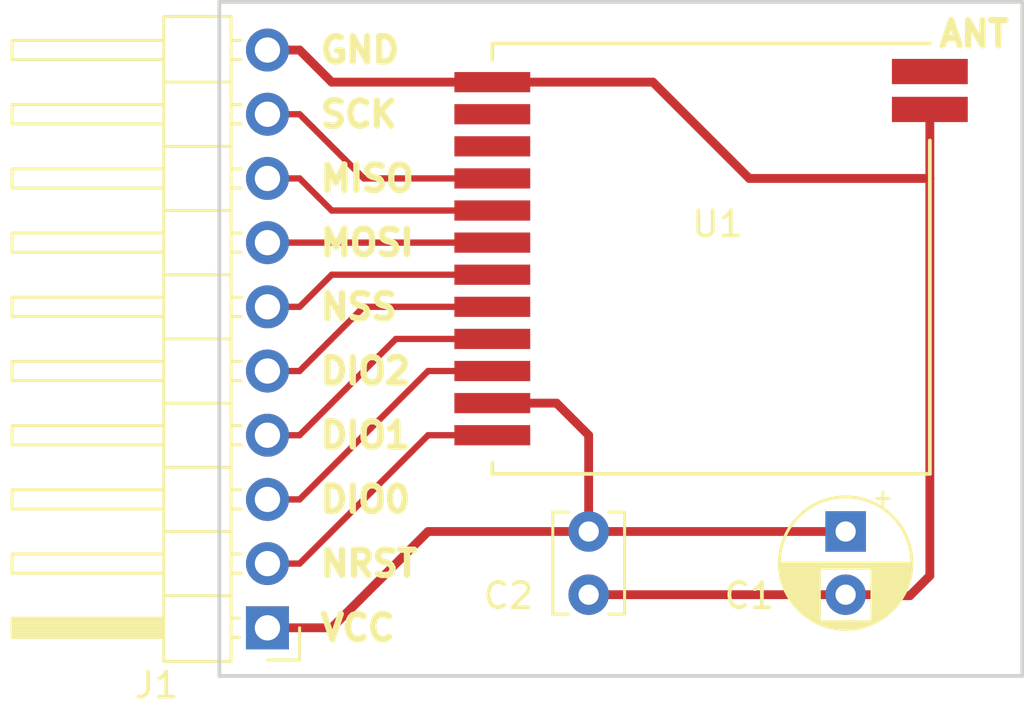
<source format=kicad_pcb>
(kicad_pcb (version 20171130) (host pcbnew "(5.0.2-5-10.14)")

  (general
    (thickness 1.6)
    (drawings 15)
    (tracks 42)
    (zones 0)
    (modules 4)
    (nets 14)
  )

  (page A4)
  (layers
    (0 F.Cu signal)
    (31 B.Cu signal)
    (32 B.Adhes user)
    (33 F.Adhes user)
    (34 B.Paste user)
    (35 F.Paste user)
    (36 B.SilkS user)
    (37 F.SilkS user)
    (38 B.Mask user)
    (39 F.Mask user)
    (40 Dwgs.User user)
    (41 Cmts.User user)
    (42 Eco1.User user)
    (43 Eco2.User user)
    (44 Edge.Cuts user)
    (45 Margin user)
    (46 B.CrtYd user)
    (47 F.CrtYd user)
    (48 B.Fab user)
    (49 F.Fab user hide)
  )

  (setup
    (last_trace_width 0.25)
    (trace_clearance 0.2)
    (zone_clearance 0.508)
    (zone_45_only no)
    (trace_min 0.2)
    (segment_width 0.2)
    (edge_width 0.15)
    (via_size 0.8)
    (via_drill 0.4)
    (via_min_size 0.4)
    (via_min_drill 0.3)
    (uvia_size 0.3)
    (uvia_drill 0.1)
    (uvias_allowed no)
    (uvia_min_size 0.2)
    (uvia_min_drill 0.1)
    (pcb_text_width 0.3)
    (pcb_text_size 1.5 1.5)
    (mod_edge_width 0.15)
    (mod_text_size 1 1)
    (mod_text_width 0.15)
    (pad_size 1.6 1.6)
    (pad_drill 0.8)
    (pad_to_mask_clearance 0.051)
    (solder_mask_min_width 0.25)
    (aux_axis_origin 0 0)
    (visible_elements 7FFFFFFF)
    (pcbplotparams
      (layerselection 0x010f0_ffffffff)
      (usegerberextensions false)
      (usegerberattributes true)
      (usegerberadvancedattributes false)
      (creategerberjobfile false)
      (excludeedgelayer false)
      (linewidth 0.100000)
      (plotframeref false)
      (viasonmask false)
      (mode 1)
      (useauxorigin false)
      (hpglpennumber 1)
      (hpglpenspeed 20)
      (hpglpendiameter 15.000000)
      (psnegative false)
      (psa4output false)
      (plotreference true)
      (plotvalue true)
      (plotinvisibletext false)
      (padsonsilk true)
      (subtractmaskfromsilk false)
      (outputformat 1)
      (mirror false)
      (drillshape 0)
      (scaleselection 1)
      (outputdirectory "gerber/"))
  )

  (net 0 "")
  (net 1 "Net-(J1-Pad3)")
  (net 2 "Net-(J1-Pad4)")
  (net 3 "Net-(J1-Pad5)")
  (net 4 "Net-(J1-Pad6)")
  (net 5 "Net-(J1-Pad7)")
  (net 6 "Net-(J1-Pad8)")
  (net 7 "Net-(J1-Pad9)")
  (net 8 +3V3)
  (net 9 GND)
  (net 10 "Net-(U1-Pad2)")
  (net 11 "Net-(U1-Pad3)")
  (net 12 "Net-(U1-Pad14)")
  (net 13 "Net-(J1-Pad2)")

  (net_class Default "Questo è il gruppo di collegamenti predefinito"
    (clearance 0.2)
    (trace_width 0.25)
    (via_dia 0.8)
    (via_drill 0.4)
    (uvia_dia 0.3)
    (uvia_drill 0.1)
    (add_net "Net-(J1-Pad2)")
    (add_net "Net-(J1-Pad3)")
    (add_net "Net-(J1-Pad4)")
    (add_net "Net-(J1-Pad5)")
    (add_net "Net-(J1-Pad6)")
    (add_net "Net-(J1-Pad7)")
    (add_net "Net-(J1-Pad8)")
    (add_net "Net-(J1-Pad9)")
    (add_net "Net-(U1-Pad14)")
    (add_net "Net-(U1-Pad2)")
    (add_net "Net-(U1-Pad3)")
  )

  (net_class Alimentazione ""
    (clearance 0.2)
    (trace_width 0.35)
    (via_dia 0.8)
    (via_drill 0.4)
    (uvia_dia 0.3)
    (uvia_drill 0.1)
    (add_net +3V3)
    (add_net GND)
  )

  (module Connector_PinHeader_2.54mm:PinHeader_1x10_P2.54mm_Horizontal (layer F.Cu) (tedit 59FED5CB) (tstamp 5C8679BA)
    (at 114.3 83.82 180)
    (descr "Through hole angled pin header, 1x10, 2.54mm pitch, 6mm pin length, single row")
    (tags "Through hole angled pin header THT 1x10 2.54mm single row")
    (path /5C79BF42)
    (fp_text reference J1 (at 4.385 -2.27 180) (layer F.SilkS)
      (effects (font (size 1 1) (thickness 0.15)))
    )
    (fp_text value Conn_01x10 (at 4.385 25.13 180) (layer F.Fab)
      (effects (font (size 1 1) (thickness 0.15)))
    )
    (fp_line (start 2.135 -1.27) (end 4.04 -1.27) (layer F.Fab) (width 0.1))
    (fp_line (start 4.04 -1.27) (end 4.04 24.13) (layer F.Fab) (width 0.1))
    (fp_line (start 4.04 24.13) (end 1.5 24.13) (layer F.Fab) (width 0.1))
    (fp_line (start 1.5 24.13) (end 1.5 -0.635) (layer F.Fab) (width 0.1))
    (fp_line (start 1.5 -0.635) (end 2.135 -1.27) (layer F.Fab) (width 0.1))
    (fp_line (start -0.32 -0.32) (end 1.5 -0.32) (layer F.Fab) (width 0.1))
    (fp_line (start -0.32 -0.32) (end -0.32 0.32) (layer F.Fab) (width 0.1))
    (fp_line (start -0.32 0.32) (end 1.5 0.32) (layer F.Fab) (width 0.1))
    (fp_line (start 4.04 -0.32) (end 10.04 -0.32) (layer F.Fab) (width 0.1))
    (fp_line (start 10.04 -0.32) (end 10.04 0.32) (layer F.Fab) (width 0.1))
    (fp_line (start 4.04 0.32) (end 10.04 0.32) (layer F.Fab) (width 0.1))
    (fp_line (start -0.32 2.22) (end 1.5 2.22) (layer F.Fab) (width 0.1))
    (fp_line (start -0.32 2.22) (end -0.32 2.86) (layer F.Fab) (width 0.1))
    (fp_line (start -0.32 2.86) (end 1.5 2.86) (layer F.Fab) (width 0.1))
    (fp_line (start 4.04 2.22) (end 10.04 2.22) (layer F.Fab) (width 0.1))
    (fp_line (start 10.04 2.22) (end 10.04 2.86) (layer F.Fab) (width 0.1))
    (fp_line (start 4.04 2.86) (end 10.04 2.86) (layer F.Fab) (width 0.1))
    (fp_line (start -0.32 4.76) (end 1.5 4.76) (layer F.Fab) (width 0.1))
    (fp_line (start -0.32 4.76) (end -0.32 5.4) (layer F.Fab) (width 0.1))
    (fp_line (start -0.32 5.4) (end 1.5 5.4) (layer F.Fab) (width 0.1))
    (fp_line (start 4.04 4.76) (end 10.04 4.76) (layer F.Fab) (width 0.1))
    (fp_line (start 10.04 4.76) (end 10.04 5.4) (layer F.Fab) (width 0.1))
    (fp_line (start 4.04 5.4) (end 10.04 5.4) (layer F.Fab) (width 0.1))
    (fp_line (start -0.32 7.3) (end 1.5 7.3) (layer F.Fab) (width 0.1))
    (fp_line (start -0.32 7.3) (end -0.32 7.94) (layer F.Fab) (width 0.1))
    (fp_line (start -0.32 7.94) (end 1.5 7.94) (layer F.Fab) (width 0.1))
    (fp_line (start 4.04 7.3) (end 10.04 7.3) (layer F.Fab) (width 0.1))
    (fp_line (start 10.04 7.3) (end 10.04 7.94) (layer F.Fab) (width 0.1))
    (fp_line (start 4.04 7.94) (end 10.04 7.94) (layer F.Fab) (width 0.1))
    (fp_line (start -0.32 9.84) (end 1.5 9.84) (layer F.Fab) (width 0.1))
    (fp_line (start -0.32 9.84) (end -0.32 10.48) (layer F.Fab) (width 0.1))
    (fp_line (start -0.32 10.48) (end 1.5 10.48) (layer F.Fab) (width 0.1))
    (fp_line (start 4.04 9.84) (end 10.04 9.84) (layer F.Fab) (width 0.1))
    (fp_line (start 10.04 9.84) (end 10.04 10.48) (layer F.Fab) (width 0.1))
    (fp_line (start 4.04 10.48) (end 10.04 10.48) (layer F.Fab) (width 0.1))
    (fp_line (start -0.32 12.38) (end 1.5 12.38) (layer F.Fab) (width 0.1))
    (fp_line (start -0.32 12.38) (end -0.32 13.02) (layer F.Fab) (width 0.1))
    (fp_line (start -0.32 13.02) (end 1.5 13.02) (layer F.Fab) (width 0.1))
    (fp_line (start 4.04 12.38) (end 10.04 12.38) (layer F.Fab) (width 0.1))
    (fp_line (start 10.04 12.38) (end 10.04 13.02) (layer F.Fab) (width 0.1))
    (fp_line (start 4.04 13.02) (end 10.04 13.02) (layer F.Fab) (width 0.1))
    (fp_line (start -0.32 14.92) (end 1.5 14.92) (layer F.Fab) (width 0.1))
    (fp_line (start -0.32 14.92) (end -0.32 15.56) (layer F.Fab) (width 0.1))
    (fp_line (start -0.32 15.56) (end 1.5 15.56) (layer F.Fab) (width 0.1))
    (fp_line (start 4.04 14.92) (end 10.04 14.92) (layer F.Fab) (width 0.1))
    (fp_line (start 10.04 14.92) (end 10.04 15.56) (layer F.Fab) (width 0.1))
    (fp_line (start 4.04 15.56) (end 10.04 15.56) (layer F.Fab) (width 0.1))
    (fp_line (start -0.32 17.46) (end 1.5 17.46) (layer F.Fab) (width 0.1))
    (fp_line (start -0.32 17.46) (end -0.32 18.1) (layer F.Fab) (width 0.1))
    (fp_line (start -0.32 18.1) (end 1.5 18.1) (layer F.Fab) (width 0.1))
    (fp_line (start 4.04 17.46) (end 10.04 17.46) (layer F.Fab) (width 0.1))
    (fp_line (start 10.04 17.46) (end 10.04 18.1) (layer F.Fab) (width 0.1))
    (fp_line (start 4.04 18.1) (end 10.04 18.1) (layer F.Fab) (width 0.1))
    (fp_line (start -0.32 20) (end 1.5 20) (layer F.Fab) (width 0.1))
    (fp_line (start -0.32 20) (end -0.32 20.64) (layer F.Fab) (width 0.1))
    (fp_line (start -0.32 20.64) (end 1.5 20.64) (layer F.Fab) (width 0.1))
    (fp_line (start 4.04 20) (end 10.04 20) (layer F.Fab) (width 0.1))
    (fp_line (start 10.04 20) (end 10.04 20.64) (layer F.Fab) (width 0.1))
    (fp_line (start 4.04 20.64) (end 10.04 20.64) (layer F.Fab) (width 0.1))
    (fp_line (start -0.32 22.54) (end 1.5 22.54) (layer F.Fab) (width 0.1))
    (fp_line (start -0.32 22.54) (end -0.32 23.18) (layer F.Fab) (width 0.1))
    (fp_line (start -0.32 23.18) (end 1.5 23.18) (layer F.Fab) (width 0.1))
    (fp_line (start 4.04 22.54) (end 10.04 22.54) (layer F.Fab) (width 0.1))
    (fp_line (start 10.04 22.54) (end 10.04 23.18) (layer F.Fab) (width 0.1))
    (fp_line (start 4.04 23.18) (end 10.04 23.18) (layer F.Fab) (width 0.1))
    (fp_line (start 1.44 -1.33) (end 1.44 24.19) (layer F.SilkS) (width 0.12))
    (fp_line (start 1.44 24.19) (end 4.1 24.19) (layer F.SilkS) (width 0.12))
    (fp_line (start 4.1 24.19) (end 4.1 -1.33) (layer F.SilkS) (width 0.12))
    (fp_line (start 4.1 -1.33) (end 1.44 -1.33) (layer F.SilkS) (width 0.12))
    (fp_line (start 4.1 -0.38) (end 10.1 -0.38) (layer F.SilkS) (width 0.12))
    (fp_line (start 10.1 -0.38) (end 10.1 0.38) (layer F.SilkS) (width 0.12))
    (fp_line (start 10.1 0.38) (end 4.1 0.38) (layer F.SilkS) (width 0.12))
    (fp_line (start 4.1 -0.32) (end 10.1 -0.32) (layer F.SilkS) (width 0.12))
    (fp_line (start 4.1 -0.2) (end 10.1 -0.2) (layer F.SilkS) (width 0.12))
    (fp_line (start 4.1 -0.08) (end 10.1 -0.08) (layer F.SilkS) (width 0.12))
    (fp_line (start 4.1 0.04) (end 10.1 0.04) (layer F.SilkS) (width 0.12))
    (fp_line (start 4.1 0.16) (end 10.1 0.16) (layer F.SilkS) (width 0.12))
    (fp_line (start 4.1 0.28) (end 10.1 0.28) (layer F.SilkS) (width 0.12))
    (fp_line (start 1.11 -0.38) (end 1.44 -0.38) (layer F.SilkS) (width 0.12))
    (fp_line (start 1.11 0.38) (end 1.44 0.38) (layer F.SilkS) (width 0.12))
    (fp_line (start 1.44 1.27) (end 4.1 1.27) (layer F.SilkS) (width 0.12))
    (fp_line (start 4.1 2.16) (end 10.1 2.16) (layer F.SilkS) (width 0.12))
    (fp_line (start 10.1 2.16) (end 10.1 2.92) (layer F.SilkS) (width 0.12))
    (fp_line (start 10.1 2.92) (end 4.1 2.92) (layer F.SilkS) (width 0.12))
    (fp_line (start 1.042929 2.16) (end 1.44 2.16) (layer F.SilkS) (width 0.12))
    (fp_line (start 1.042929 2.92) (end 1.44 2.92) (layer F.SilkS) (width 0.12))
    (fp_line (start 1.44 3.81) (end 4.1 3.81) (layer F.SilkS) (width 0.12))
    (fp_line (start 4.1 4.7) (end 10.1 4.7) (layer F.SilkS) (width 0.12))
    (fp_line (start 10.1 4.7) (end 10.1 5.46) (layer F.SilkS) (width 0.12))
    (fp_line (start 10.1 5.46) (end 4.1 5.46) (layer F.SilkS) (width 0.12))
    (fp_line (start 1.042929 4.7) (end 1.44 4.7) (layer F.SilkS) (width 0.12))
    (fp_line (start 1.042929 5.46) (end 1.44 5.46) (layer F.SilkS) (width 0.12))
    (fp_line (start 1.44 6.35) (end 4.1 6.35) (layer F.SilkS) (width 0.12))
    (fp_line (start 4.1 7.24) (end 10.1 7.24) (layer F.SilkS) (width 0.12))
    (fp_line (start 10.1 7.24) (end 10.1 8) (layer F.SilkS) (width 0.12))
    (fp_line (start 10.1 8) (end 4.1 8) (layer F.SilkS) (width 0.12))
    (fp_line (start 1.042929 7.24) (end 1.44 7.24) (layer F.SilkS) (width 0.12))
    (fp_line (start 1.042929 8) (end 1.44 8) (layer F.SilkS) (width 0.12))
    (fp_line (start 1.44 8.89) (end 4.1 8.89) (layer F.SilkS) (width 0.12))
    (fp_line (start 4.1 9.78) (end 10.1 9.78) (layer F.SilkS) (width 0.12))
    (fp_line (start 10.1 9.78) (end 10.1 10.54) (layer F.SilkS) (width 0.12))
    (fp_line (start 10.1 10.54) (end 4.1 10.54) (layer F.SilkS) (width 0.12))
    (fp_line (start 1.042929 9.78) (end 1.44 9.78) (layer F.SilkS) (width 0.12))
    (fp_line (start 1.042929 10.54) (end 1.44 10.54) (layer F.SilkS) (width 0.12))
    (fp_line (start 1.44 11.43) (end 4.1 11.43) (layer F.SilkS) (width 0.12))
    (fp_line (start 4.1 12.32) (end 10.1 12.32) (layer F.SilkS) (width 0.12))
    (fp_line (start 10.1 12.32) (end 10.1 13.08) (layer F.SilkS) (width 0.12))
    (fp_line (start 10.1 13.08) (end 4.1 13.08) (layer F.SilkS) (width 0.12))
    (fp_line (start 1.042929 12.32) (end 1.44 12.32) (layer F.SilkS) (width 0.12))
    (fp_line (start 1.042929 13.08) (end 1.44 13.08) (layer F.SilkS) (width 0.12))
    (fp_line (start 1.44 13.97) (end 4.1 13.97) (layer F.SilkS) (width 0.12))
    (fp_line (start 4.1 14.86) (end 10.1 14.86) (layer F.SilkS) (width 0.12))
    (fp_line (start 10.1 14.86) (end 10.1 15.62) (layer F.SilkS) (width 0.12))
    (fp_line (start 10.1 15.62) (end 4.1 15.62) (layer F.SilkS) (width 0.12))
    (fp_line (start 1.042929 14.86) (end 1.44 14.86) (layer F.SilkS) (width 0.12))
    (fp_line (start 1.042929 15.62) (end 1.44 15.62) (layer F.SilkS) (width 0.12))
    (fp_line (start 1.44 16.51) (end 4.1 16.51) (layer F.SilkS) (width 0.12))
    (fp_line (start 4.1 17.4) (end 10.1 17.4) (layer F.SilkS) (width 0.12))
    (fp_line (start 10.1 17.4) (end 10.1 18.16) (layer F.SilkS) (width 0.12))
    (fp_line (start 10.1 18.16) (end 4.1 18.16) (layer F.SilkS) (width 0.12))
    (fp_line (start 1.042929 17.4) (end 1.44 17.4) (layer F.SilkS) (width 0.12))
    (fp_line (start 1.042929 18.16) (end 1.44 18.16) (layer F.SilkS) (width 0.12))
    (fp_line (start 1.44 19.05) (end 4.1 19.05) (layer F.SilkS) (width 0.12))
    (fp_line (start 4.1 19.94) (end 10.1 19.94) (layer F.SilkS) (width 0.12))
    (fp_line (start 10.1 19.94) (end 10.1 20.7) (layer F.SilkS) (width 0.12))
    (fp_line (start 10.1 20.7) (end 4.1 20.7) (layer F.SilkS) (width 0.12))
    (fp_line (start 1.042929 19.94) (end 1.44 19.94) (layer F.SilkS) (width 0.12))
    (fp_line (start 1.042929 20.7) (end 1.44 20.7) (layer F.SilkS) (width 0.12))
    (fp_line (start 1.44 21.59) (end 4.1 21.59) (layer F.SilkS) (width 0.12))
    (fp_line (start 4.1 22.48) (end 10.1 22.48) (layer F.SilkS) (width 0.12))
    (fp_line (start 10.1 22.48) (end 10.1 23.24) (layer F.SilkS) (width 0.12))
    (fp_line (start 10.1 23.24) (end 4.1 23.24) (layer F.SilkS) (width 0.12))
    (fp_line (start 1.042929 22.48) (end 1.44 22.48) (layer F.SilkS) (width 0.12))
    (fp_line (start 1.042929 23.24) (end 1.44 23.24) (layer F.SilkS) (width 0.12))
    (fp_line (start -1.27 0) (end -1.27 -1.27) (layer F.SilkS) (width 0.12))
    (fp_line (start -1.27 -1.27) (end 0 -1.27) (layer F.SilkS) (width 0.12))
    (fp_line (start -1.8 -1.8) (end -1.8 24.65) (layer F.CrtYd) (width 0.05))
    (fp_line (start -1.8 24.65) (end 10.55 24.65) (layer F.CrtYd) (width 0.05))
    (fp_line (start 10.55 24.65) (end 10.55 -1.8) (layer F.CrtYd) (width 0.05))
    (fp_line (start 10.55 -1.8) (end -1.8 -1.8) (layer F.CrtYd) (width 0.05))
    (fp_text user %R (at 2.77 11.43 270) (layer F.Fab)
      (effects (font (size 1 1) (thickness 0.15)))
    )
    (pad 1 thru_hole rect (at 0 0 180) (size 1.7 1.7) (drill 1) (layers *.Cu *.Mask)
      (net 8 +3V3))
    (pad 2 thru_hole oval (at 0 2.54 180) (size 1.7 1.7) (drill 1) (layers *.Cu *.Mask)
      (net 13 "Net-(J1-Pad2)"))
    (pad 3 thru_hole oval (at 0 5.08 180) (size 1.7 1.7) (drill 1) (layers *.Cu *.Mask)
      (net 1 "Net-(J1-Pad3)"))
    (pad 4 thru_hole oval (at 0 7.62 180) (size 1.7 1.7) (drill 1) (layers *.Cu *.Mask)
      (net 2 "Net-(J1-Pad4)"))
    (pad 5 thru_hole oval (at 0 10.16 180) (size 1.7 1.7) (drill 1) (layers *.Cu *.Mask)
      (net 3 "Net-(J1-Pad5)"))
    (pad 6 thru_hole oval (at 0 12.7 180) (size 1.7 1.7) (drill 1) (layers *.Cu *.Mask)
      (net 4 "Net-(J1-Pad6)"))
    (pad 7 thru_hole oval (at 0 15.24 180) (size 1.7 1.7) (drill 1) (layers *.Cu *.Mask)
      (net 5 "Net-(J1-Pad7)"))
    (pad 8 thru_hole oval (at 0 17.78 180) (size 1.7 1.7) (drill 1) (layers *.Cu *.Mask)
      (net 6 "Net-(J1-Pad8)"))
    (pad 9 thru_hole oval (at 0 20.32 180) (size 1.7 1.7) (drill 1) (layers *.Cu *.Mask)
      (net 7 "Net-(J1-Pad9)"))
    (pad 10 thru_hole oval (at 0 22.86 180) (size 1.7 1.7) (drill 1) (layers *.Cu *.Mask)
      (net 9 GND))
    (model ${KISYS3DMOD}/Connector_PinHeader_2.54mm.3dshapes/PinHeader_1x10_P2.54mm_Horizontal.wrl
      (at (xyz 0 0 0))
      (scale (xyz 1 1 1))
      (rotate (xyz 0 0 0))
    )
  )

  (module RF_Module:LORA1276 (layer F.Cu) (tedit 5C797042) (tstamp 5C86534C)
    (at 132.08 68.58)
    (path /5C76E319)
    (attr smd)
    (fp_text reference U1 (at 0.016 -0.734) (layer F.SilkS)
      (effects (font (size 1 1) (thickness 0.15)))
    )
    (fp_text value LORA1276 (at -0.238 0.663) (layer F.Fab)
      (effects (font (size 1 1) (thickness 0.15)))
    )
    (fp_text user NRESET (at -13.97 7.62) (layer F.Fab)
      (effects (font (size 0.8 0.8) (thickness 0.15)))
    )
    (fp_text user VCC (at -12.884285 6.3) (layer F.Fab)
      (effects (font (size 0.8 0.8) (thickness 0.15)))
    )
    (fp_text user DIO0 (at -13.131904 5.03) (layer F.Fab)
      (effects (font (size 0.8 0.8) (thickness 0.15)))
    )
    (fp_text user DIO1 (at -13.131904 3.76) (layer F.Fab)
      (effects (font (size 0.8 0.8) (thickness 0.15)))
    )
    (fp_text user DIO2 (at -13.131904 2.54) (layer F.Fab)
      (effects (font (size 0.8 0.8) (thickness 0.15)))
    )
    (fp_text user NSS (at -12.922381 1.22) (layer F.Fab)
      (effects (font (size 0.8 0.8) (thickness 0.15)))
    )
    (fp_text user MOSI (at -13.189047 0) (layer F.Fab)
      (effects (font (size 0.8 0.8) (thickness 0.15)))
    )
    (fp_text user MISO (at -13.189047 -1.08) (layer F.Fab)
      (effects (font (size 0.8 0.8) (thickness 0.15)))
    )
    (fp_text user SCK (at -12.922381 -2.38) (layer F.Fab)
      (effects (font (size 0.8 0.8) (thickness 0.15)))
    )
    (fp_text user NC (at -12.560476 -3.68) (layer F.Fab)
      (effects (font (size 0.8 0.8) (thickness 0.15)))
    )
    (fp_text user ANT (at 5.08 -6.73) (layer F.Fab)
      (effects (font (size 0.8 0.8) (thickness 0.15)))
    )
    (fp_text user GND (at 5.08 -5.23) (layer F.Fab)
      (effects (font (size 0.8 0.8) (thickness 0.15)))
    )
    (fp_text user NC (at -12.560476 -5.08) (layer F.Fab)
      (effects (font (size 0.8 0.8) (thickness 0.15)))
    )
    (fp_text user GND (at -12.960476 -6.35) (layer F.Fab)
      (effects (font (size 0.8 0.8) (thickness 0.15)))
    )
    (fp_line (start 8.41 9.15) (end 8.41 -4.04) (layer F.SilkS) (width 0.15))
    (fp_line (start -8.89 -7.88) (end 8.41 -7.88) (layer F.SilkS) (width 0.15))
    (fp_line (start -8.89 -7.23) (end -8.89 -7.88) (layer F.SilkS) (width 0.15))
    (fp_line (start -8.89 9.15) (end -8.89 8.69) (layer F.SilkS) (width 0.15))
    (fp_line (start -8.89 9.15) (end 8.41 9.15) (layer F.SilkS) (width 0.15))
    (fp_line (start -8.89 -7.88) (end 8.41 -7.88) (layer F.CrtYd) (width 0.01))
    (fp_line (start -8.89 9.15) (end 8.41 9.15) (layer F.CrtYd) (width 0.01))
    (fp_line (start -8.89 9.144) (end -8.89 -7.874) (layer F.CrtYd) (width 0.01))
    (fp_line (start 8.41 9.15) (end 8.41 -7.868) (layer F.CrtYd) (width 0.01))
    (pad 13 connect rect (at 8.41 -5.27) (size 3 1) (layers F.Cu F.Mask)
      (net 9 GND))
    (pad 1 connect rect (at -8.89 -6.35) (size 3 0.8) (layers F.Cu F.Mask)
      (net 9 GND))
    (pad 2 connect rect (at -8.89 -5.08) (size 3 0.8) (layers F.Cu F.Mask)
      (net 10 "Net-(U1-Pad2)"))
    (pad 3 connect rect (at -8.89 -3.81) (size 3 0.8) (layers F.Cu F.Mask)
      (net 11 "Net-(U1-Pad3)"))
    (pad 4 connect rect (at -8.89 -2.54) (size 3 0.8) (layers F.Cu F.Mask)
      (net 7 "Net-(J1-Pad9)"))
    (pad 5 connect rect (at -8.89 -1.27) (size 3 0.8) (layers F.Cu F.Mask)
      (net 6 "Net-(J1-Pad8)"))
    (pad 6 connect rect (at -8.89 0) (size 3 0.8) (layers F.Cu F.Mask)
      (net 5 "Net-(J1-Pad7)"))
    (pad 7 connect rect (at -8.89 1.27) (size 3 0.8) (layers F.Cu F.Mask)
      (net 4 "Net-(J1-Pad6)"))
    (pad 8 connect rect (at -8.89 2.54) (size 3 0.8) (layers F.Cu F.Mask)
      (net 3 "Net-(J1-Pad5)"))
    (pad 9 connect rect (at -8.89 3.81) (size 3 0.8) (layers F.Cu F.Mask)
      (net 2 "Net-(J1-Pad4)"))
    (pad 10 connect rect (at -8.89 5.08) (size 3 0.8) (layers F.Cu F.Mask)
      (net 1 "Net-(J1-Pad3)"))
    (pad 11 connect rect (at -8.89 6.35) (size 3 0.8) (layers F.Cu F.Mask)
      (net 8 +3V3))
    (pad 12 connect rect (at -8.89 7.62) (size 3 0.8) (layers F.Cu F.Mask)
      (net 13 "Net-(J1-Pad2)"))
    (pad 14 connect rect (at 8.41 -6.77) (size 3 1) (layers F.Cu F.Mask)
      (net 12 "Net-(U1-Pad14)"))
  )

  (module Capacitor_THT:C_Disc_D3.8mm_W2.6mm_P2.50mm (layer F.Cu) (tedit 5AE50EF0) (tstamp 5C86B370)
    (at 127 80.01 270)
    (descr "C, Disc series, Radial, pin pitch=2.50mm, , diameter*width=3.8*2.6mm^2, Capacitor, http://www.vishay.com/docs/45233/krseries.pdf")
    (tags "C Disc series Radial pin pitch 2.50mm  diameter 3.8mm width 2.6mm Capacitor")
    (path /5C76FE09)
    (fp_text reference C2 (at 2.54 3.175) (layer F.SilkS)
      (effects (font (size 1 1) (thickness 0.15)))
    )
    (fp_text value 100nF (at 1.25 2.55 270) (layer F.Fab)
      (effects (font (size 1 1) (thickness 0.15)))
    )
    (fp_text user %R (at 2.54 3.81 270) (layer F.Fab)
      (effects (font (size 0.76 0.76) (thickness 0.114)))
    )
    (fp_line (start 3.55 -1.55) (end -1.05 -1.55) (layer F.CrtYd) (width 0.05))
    (fp_line (start 3.55 1.55) (end 3.55 -1.55) (layer F.CrtYd) (width 0.05))
    (fp_line (start -1.05 1.55) (end 3.55 1.55) (layer F.CrtYd) (width 0.05))
    (fp_line (start -1.05 -1.55) (end -1.05 1.55) (layer F.CrtYd) (width 0.05))
    (fp_line (start 3.27 0.795) (end 3.27 1.42) (layer F.SilkS) (width 0.12))
    (fp_line (start 3.27 -1.42) (end 3.27 -0.795) (layer F.SilkS) (width 0.12))
    (fp_line (start -0.77 0.795) (end -0.77 1.42) (layer F.SilkS) (width 0.12))
    (fp_line (start -0.77 -1.42) (end -0.77 -0.795) (layer F.SilkS) (width 0.12))
    (fp_line (start -0.77 1.42) (end 3.27 1.42) (layer F.SilkS) (width 0.12))
    (fp_line (start -0.77 -1.42) (end 3.27 -1.42) (layer F.SilkS) (width 0.12))
    (fp_line (start 3.15 -1.3) (end -0.65 -1.3) (layer F.Fab) (width 0.1))
    (fp_line (start 3.15 1.3) (end 3.15 -1.3) (layer F.Fab) (width 0.1))
    (fp_line (start -0.65 1.3) (end 3.15 1.3) (layer F.Fab) (width 0.1))
    (fp_line (start -0.65 -1.3) (end -0.65 1.3) (layer F.Fab) (width 0.1))
    (pad 2 thru_hole circle (at 2.5 0 270) (size 1.6 1.6) (drill 0.8) (layers *.Cu *.Mask)
      (net 9 GND))
    (pad 1 thru_hole circle (at 0 0 270) (size 1.6 1.6) (drill 0.8) (layers *.Cu *.Mask)
      (net 8 +3V3))
    (model ${KISYS3DMOD}/Capacitor_THT.3dshapes/C_Disc_D3.8mm_W2.6mm_P2.50mm.wrl
      (at (xyz 0 0 0))
      (scale (xyz 1 1 1))
      (rotate (xyz 0 0 0))
    )
  )

  (module Capacitor_THT:CP_Radial_D5.0mm_P2.50mm (layer F.Cu) (tedit 5C798214) (tstamp 5C865417)
    (at 137.16 80.01 270)
    (descr "CP, Radial series, Radial, pin pitch=2.50mm, , diameter=5mm, Electrolytic Capacitor")
    (tags "CP Radial series Radial pin pitch 2.50mm  diameter 5mm Electrolytic Capacitor")
    (path /5C76EE92)
    (fp_text reference C1 (at 2.54 3.81) (layer F.SilkS)
      (effects (font (size 1 1) (thickness 0.15)))
    )
    (fp_text value 10uF (at 2.54 -4.445) (layer F.Fab)
      (effects (font (size 1 1) (thickness 0.15)))
    )
    (fp_text user %R (at 1.27 -3.81) (layer F.Fab)
      (effects (font (size 0.76 0.76) (thickness 0.15)))
    )
    (fp_line (start -1.304775 -1.725) (end -1.304775 -1.225) (layer F.SilkS) (width 0.12))
    (fp_line (start -1.554775 -1.475) (end -1.054775 -1.475) (layer F.SilkS) (width 0.12))
    (fp_line (start 3.851 -0.284) (end 3.851 0.284) (layer F.SilkS) (width 0.12))
    (fp_line (start 3.811 -0.518) (end 3.811 0.518) (layer F.SilkS) (width 0.12))
    (fp_line (start 3.771 -0.677) (end 3.771 0.677) (layer F.SilkS) (width 0.12))
    (fp_line (start 3.731 -0.805) (end 3.731 0.805) (layer F.SilkS) (width 0.12))
    (fp_line (start 3.691 -0.915) (end 3.691 0.915) (layer F.SilkS) (width 0.12))
    (fp_line (start 3.651 -1.011) (end 3.651 1.011) (layer F.SilkS) (width 0.12))
    (fp_line (start 3.611 -1.098) (end 3.611 1.098) (layer F.SilkS) (width 0.12))
    (fp_line (start 3.571 -1.178) (end 3.571 1.178) (layer F.SilkS) (width 0.12))
    (fp_line (start 3.531 1.04) (end 3.531 1.251) (layer F.SilkS) (width 0.12))
    (fp_line (start 3.531 -1.251) (end 3.531 -1.04) (layer F.SilkS) (width 0.12))
    (fp_line (start 3.491 1.04) (end 3.491 1.319) (layer F.SilkS) (width 0.12))
    (fp_line (start 3.491 -1.319) (end 3.491 -1.04) (layer F.SilkS) (width 0.12))
    (fp_line (start 3.451 1.04) (end 3.451 1.383) (layer F.SilkS) (width 0.12))
    (fp_line (start 3.451 -1.383) (end 3.451 -1.04) (layer F.SilkS) (width 0.12))
    (fp_line (start 3.411 1.04) (end 3.411 1.443) (layer F.SilkS) (width 0.12))
    (fp_line (start 3.411 -1.443) (end 3.411 -1.04) (layer F.SilkS) (width 0.12))
    (fp_line (start 3.371 1.04) (end 3.371 1.5) (layer F.SilkS) (width 0.12))
    (fp_line (start 3.371 -1.5) (end 3.371 -1.04) (layer F.SilkS) (width 0.12))
    (fp_line (start 3.331 1.04) (end 3.331 1.554) (layer F.SilkS) (width 0.12))
    (fp_line (start 3.331 -1.554) (end 3.331 -1.04) (layer F.SilkS) (width 0.12))
    (fp_line (start 3.291 1.04) (end 3.291 1.605) (layer F.SilkS) (width 0.12))
    (fp_line (start 3.291 -1.605) (end 3.291 -1.04) (layer F.SilkS) (width 0.12))
    (fp_line (start 3.251 1.04) (end 3.251 1.653) (layer F.SilkS) (width 0.12))
    (fp_line (start 3.251 -1.653) (end 3.251 -1.04) (layer F.SilkS) (width 0.12))
    (fp_line (start 3.211 1.04) (end 3.211 1.699) (layer F.SilkS) (width 0.12))
    (fp_line (start 3.211 -1.699) (end 3.211 -1.04) (layer F.SilkS) (width 0.12))
    (fp_line (start 3.171 1.04) (end 3.171 1.743) (layer F.SilkS) (width 0.12))
    (fp_line (start 3.171 -1.743) (end 3.171 -1.04) (layer F.SilkS) (width 0.12))
    (fp_line (start 3.131 1.04) (end 3.131 1.785) (layer F.SilkS) (width 0.12))
    (fp_line (start 3.131 -1.785) (end 3.131 -1.04) (layer F.SilkS) (width 0.12))
    (fp_line (start 3.091 1.04) (end 3.091 1.826) (layer F.SilkS) (width 0.12))
    (fp_line (start 3.091 -1.826) (end 3.091 -1.04) (layer F.SilkS) (width 0.12))
    (fp_line (start 3.051 1.04) (end 3.051 1.864) (layer F.SilkS) (width 0.12))
    (fp_line (start 3.051 -1.864) (end 3.051 -1.04) (layer F.SilkS) (width 0.12))
    (fp_line (start 3.011 1.04) (end 3.011 1.901) (layer F.SilkS) (width 0.12))
    (fp_line (start 3.011 -1.901) (end 3.011 -1.04) (layer F.SilkS) (width 0.12))
    (fp_line (start 2.971 1.04) (end 2.971 1.937) (layer F.SilkS) (width 0.12))
    (fp_line (start 2.971 -1.937) (end 2.971 -1.04) (layer F.SilkS) (width 0.12))
    (fp_line (start 2.931 1.04) (end 2.931 1.971) (layer F.SilkS) (width 0.12))
    (fp_line (start 2.931 -1.971) (end 2.931 -1.04) (layer F.SilkS) (width 0.12))
    (fp_line (start 2.891 1.04) (end 2.891 2.004) (layer F.SilkS) (width 0.12))
    (fp_line (start 2.891 -2.004) (end 2.891 -1.04) (layer F.SilkS) (width 0.12))
    (fp_line (start 2.851 1.04) (end 2.851 2.035) (layer F.SilkS) (width 0.12))
    (fp_line (start 2.851 -2.035) (end 2.851 -1.04) (layer F.SilkS) (width 0.12))
    (fp_line (start 2.811 1.04) (end 2.811 2.065) (layer F.SilkS) (width 0.12))
    (fp_line (start 2.811 -2.065) (end 2.811 -1.04) (layer F.SilkS) (width 0.12))
    (fp_line (start 2.771 1.04) (end 2.771 2.095) (layer F.SilkS) (width 0.12))
    (fp_line (start 2.771 -2.095) (end 2.771 -1.04) (layer F.SilkS) (width 0.12))
    (fp_line (start 2.731 1.04) (end 2.731 2.122) (layer F.SilkS) (width 0.12))
    (fp_line (start 2.731 -2.122) (end 2.731 -1.04) (layer F.SilkS) (width 0.12))
    (fp_line (start 2.691 1.04) (end 2.691 2.149) (layer F.SilkS) (width 0.12))
    (fp_line (start 2.691 -2.149) (end 2.691 -1.04) (layer F.SilkS) (width 0.12))
    (fp_line (start 2.651 1.04) (end 2.651 2.175) (layer F.SilkS) (width 0.12))
    (fp_line (start 2.651 -2.175) (end 2.651 -1.04) (layer F.SilkS) (width 0.12))
    (fp_line (start 2.611 1.04) (end 2.611 2.2) (layer F.SilkS) (width 0.12))
    (fp_line (start 2.611 -2.2) (end 2.611 -1.04) (layer F.SilkS) (width 0.12))
    (fp_line (start 2.571 1.04) (end 2.571 2.224) (layer F.SilkS) (width 0.12))
    (fp_line (start 2.571 -2.224) (end 2.571 -1.04) (layer F.SilkS) (width 0.12))
    (fp_line (start 2.531 1.04) (end 2.531 2.247) (layer F.SilkS) (width 0.12))
    (fp_line (start 2.531 -2.247) (end 2.531 -1.04) (layer F.SilkS) (width 0.12))
    (fp_line (start 2.491 1.04) (end 2.491 2.268) (layer F.SilkS) (width 0.12))
    (fp_line (start 2.491 -2.268) (end 2.491 -1.04) (layer F.SilkS) (width 0.12))
    (fp_line (start 2.451 1.04) (end 2.451 2.29) (layer F.SilkS) (width 0.12))
    (fp_line (start 2.451 -2.29) (end 2.451 -1.04) (layer F.SilkS) (width 0.12))
    (fp_line (start 2.411 1.04) (end 2.411 2.31) (layer F.SilkS) (width 0.12))
    (fp_line (start 2.411 -2.31) (end 2.411 -1.04) (layer F.SilkS) (width 0.12))
    (fp_line (start 2.371 1.04) (end 2.371 2.329) (layer F.SilkS) (width 0.12))
    (fp_line (start 2.371 -2.329) (end 2.371 -1.04) (layer F.SilkS) (width 0.12))
    (fp_line (start 2.331 1.04) (end 2.331 2.348) (layer F.SilkS) (width 0.12))
    (fp_line (start 2.331 -2.348) (end 2.331 -1.04) (layer F.SilkS) (width 0.12))
    (fp_line (start 2.291 1.04) (end 2.291 2.365) (layer F.SilkS) (width 0.12))
    (fp_line (start 2.291 -2.365) (end 2.291 -1.04) (layer F.SilkS) (width 0.12))
    (fp_line (start 2.251 1.04) (end 2.251 2.382) (layer F.SilkS) (width 0.12))
    (fp_line (start 2.251 -2.382) (end 2.251 -1.04) (layer F.SilkS) (width 0.12))
    (fp_line (start 2.211 1.04) (end 2.211 2.398) (layer F.SilkS) (width 0.12))
    (fp_line (start 2.211 -2.398) (end 2.211 -1.04) (layer F.SilkS) (width 0.12))
    (fp_line (start 2.171 1.04) (end 2.171 2.414) (layer F.SilkS) (width 0.12))
    (fp_line (start 2.171 -2.414) (end 2.171 -1.04) (layer F.SilkS) (width 0.12))
    (fp_line (start 2.131 1.04) (end 2.131 2.428) (layer F.SilkS) (width 0.12))
    (fp_line (start 2.131 -2.428) (end 2.131 -1.04) (layer F.SilkS) (width 0.12))
    (fp_line (start 2.091 1.04) (end 2.091 2.442) (layer F.SilkS) (width 0.12))
    (fp_line (start 2.091 -2.442) (end 2.091 -1.04) (layer F.SilkS) (width 0.12))
    (fp_line (start 2.051 1.04) (end 2.051 2.455) (layer F.SilkS) (width 0.12))
    (fp_line (start 2.051 -2.455) (end 2.051 -1.04) (layer F.SilkS) (width 0.12))
    (fp_line (start 2.011 1.04) (end 2.011 2.468) (layer F.SilkS) (width 0.12))
    (fp_line (start 2.011 -2.468) (end 2.011 -1.04) (layer F.SilkS) (width 0.12))
    (fp_line (start 1.971 1.04) (end 1.971 2.48) (layer F.SilkS) (width 0.12))
    (fp_line (start 1.971 -2.48) (end 1.971 -1.04) (layer F.SilkS) (width 0.12))
    (fp_line (start 1.93 1.04) (end 1.93 2.491) (layer F.SilkS) (width 0.12))
    (fp_line (start 1.93 -2.491) (end 1.93 -1.04) (layer F.SilkS) (width 0.12))
    (fp_line (start 1.89 1.04) (end 1.89 2.501) (layer F.SilkS) (width 0.12))
    (fp_line (start 1.89 -2.501) (end 1.89 -1.04) (layer F.SilkS) (width 0.12))
    (fp_line (start 1.85 1.04) (end 1.85 2.511) (layer F.SilkS) (width 0.12))
    (fp_line (start 1.85 -2.511) (end 1.85 -1.04) (layer F.SilkS) (width 0.12))
    (fp_line (start 1.81 1.04) (end 1.81 2.52) (layer F.SilkS) (width 0.12))
    (fp_line (start 1.81 -2.52) (end 1.81 -1.04) (layer F.SilkS) (width 0.12))
    (fp_line (start 1.77 1.04) (end 1.77 2.528) (layer F.SilkS) (width 0.12))
    (fp_line (start 1.77 -2.528) (end 1.77 -1.04) (layer F.SilkS) (width 0.12))
    (fp_line (start 1.73 1.04) (end 1.73 2.536) (layer F.SilkS) (width 0.12))
    (fp_line (start 1.73 -2.536) (end 1.73 -1.04) (layer F.SilkS) (width 0.12))
    (fp_line (start 1.69 1.04) (end 1.69 2.543) (layer F.SilkS) (width 0.12))
    (fp_line (start 1.69 -2.543) (end 1.69 -1.04) (layer F.SilkS) (width 0.12))
    (fp_line (start 1.65 1.04) (end 1.65 2.55) (layer F.SilkS) (width 0.12))
    (fp_line (start 1.65 -2.55) (end 1.65 -1.04) (layer F.SilkS) (width 0.12))
    (fp_line (start 1.61 1.04) (end 1.61 2.556) (layer F.SilkS) (width 0.12))
    (fp_line (start 1.61 -2.556) (end 1.61 -1.04) (layer F.SilkS) (width 0.12))
    (fp_line (start 1.57 1.04) (end 1.57 2.561) (layer F.SilkS) (width 0.12))
    (fp_line (start 1.57 -2.561) (end 1.57 -1.04) (layer F.SilkS) (width 0.12))
    (fp_line (start 1.53 1.04) (end 1.53 2.565) (layer F.SilkS) (width 0.12))
    (fp_line (start 1.53 -2.565) (end 1.53 -1.04) (layer F.SilkS) (width 0.12))
    (fp_line (start 1.49 1.04) (end 1.49 2.569) (layer F.SilkS) (width 0.12))
    (fp_line (start 1.49 -2.569) (end 1.49 -1.04) (layer F.SilkS) (width 0.12))
    (fp_line (start 1.45 -2.573) (end 1.45 2.573) (layer F.SilkS) (width 0.12))
    (fp_line (start 1.41 -2.576) (end 1.41 2.576) (layer F.SilkS) (width 0.12))
    (fp_line (start 1.37 -2.578) (end 1.37 2.578) (layer F.SilkS) (width 0.12))
    (fp_line (start 1.33 -2.579) (end 1.33 2.579) (layer F.SilkS) (width 0.12))
    (fp_line (start 1.29 -2.58) (end 1.29 2.58) (layer F.SilkS) (width 0.12))
    (fp_line (start 1.25 -2.58) (end 1.25 2.58) (layer F.SilkS) (width 0.12))
    (fp_line (start -0.633605 -1.3375) (end -0.633605 -0.8375) (layer F.Fab) (width 0.1))
    (fp_line (start -0.883605 -1.0875) (end -0.383605 -1.0875) (layer F.Fab) (width 0.1))
    (fp_circle (center 1.25 0) (end 4 0) (layer F.CrtYd) (width 0.05))
    (fp_circle (center 1.25 0) (end 3.87 0) (layer F.SilkS) (width 0.12))
    (fp_circle (center 1.25 0) (end 3.75 0) (layer F.Fab) (width 0.1))
    (pad 2 thru_hole circle (at 2.5 0 270) (size 1.6 1.6) (drill 0.8) (layers *.Cu *.Mask)
      (net 9 GND))
    (pad 1 thru_hole rect (at 0 0 270) (size 1.6 1.6) (drill 0.8) (layers *.Cu *.Mask)
      (net 8 +3V3))
    (model ${KISYS3DMOD}/Capacitor_THT.3dshapes/CP_Radial_D5.0mm_P2.50mm.wrl
      (at (xyz 0 0 0))
      (scale (xyz 1 1 1))
      (rotate (xyz 0 0 0))
    )
  )

  (gr_text SCK (at 117.911667 63.5) (layer F.SilkS) (tstamp 5C79C602)
    (effects (font (size 1 1) (thickness 0.25)))
  )
  (gr_text VCC (at 117.864048 83.82) (layer F.SilkS) (tstamp 5C79C605)
    (effects (font (size 1 1) (thickness 0.25)))
  )
  (gr_text ANT (at 142.24 60.325) (layer F.SilkS) (tstamp 5C79C570)
    (effects (font (size 1 1) (thickness 0.25)))
  )
  (gr_text NRST (at 118.316429 81.28) (layer F.SilkS) (tstamp 5C79C5FF)
    (effects (font (size 1 1) (thickness 0.25)))
  )
  (gr_text DIO0 (at 118.173572 78.74) (layer F.SilkS) (tstamp 5C79C5FC)
    (effects (font (size 1 1) (thickness 0.25)))
  )
  (gr_text DIO1 (at 118.173572 76.2) (layer F.SilkS) (tstamp 5C79C5F9)
    (effects (font (size 1 1) (thickness 0.25)))
  )
  (gr_text DIO2 (at 118.173572 73.66) (layer F.SilkS) (tstamp 5C79C5F6)
    (effects (font (size 1 1) (thickness 0.25)))
  )
  (gr_text NSS (at 117.911667 71.12) (layer F.SilkS) (tstamp 5C79C5F3)
    (effects (font (size 1 1) (thickness 0.25)))
  )
  (gr_text MOSI (at 118.245001 68.58) (layer F.SilkS) (tstamp 5C79C5F0)
    (effects (font (size 1 1) (thickness 0.25)))
  )
  (gr_text MISO (at 118.245001 66.04) (layer F.SilkS) (tstamp 5C79C5ED)
    (effects (font (size 1 1) (thickness 0.25)))
  )
  (gr_text GND (at 117.959286 60.96) (layer F.SilkS) (tstamp 5C79C5EA)
    (effects (font (size 1 1) (thickness 0.25)))
  )
  (gr_line (start 144.145 85.725) (end 112.395 85.725) (layer Edge.Cuts) (width 0.15))
  (gr_line (start 112.395 59.055) (end 144.145 59.055) (layer Edge.Cuts) (width 0.15))
  (gr_line (start 144.145 59.055) (end 144.145 85.725) (layer Edge.Cuts) (width 0.15) (tstamp 5C86AC08))
  (gr_line (start 112.395 85.725) (end 112.395 59.055) (layer Edge.Cuts) (width 0.15))

  (segment (start 114.3 78.74) (end 115.57 78.74) (width 0.25) (layer F.Cu) (net 1))
  (segment (start 115.57 78.74) (end 120.65 73.66) (width 0.25) (layer F.Cu) (net 1))
  (segment (start 120.65 73.66) (end 123.19 73.66) (width 0.25) (layer F.Cu) (net 1))
  (segment (start 114.3 76.2) (end 115.57 76.2) (width 0.25) (layer F.Cu) (net 2))
  (segment (start 115.57 76.2) (end 119.38 72.39) (width 0.25) (layer F.Cu) (net 2))
  (segment (start 119.38 72.39) (end 123.19 72.39) (width 0.25) (layer F.Cu) (net 2))
  (segment (start 114.3 73.66) (end 115.57 73.66) (width 0.25) (layer F.Cu) (net 3))
  (segment (start 115.57 73.66) (end 118.11 71.12) (width 0.25) (layer F.Cu) (net 3))
  (segment (start 118.11 71.12) (end 123.19 71.12) (width 0.25) (layer F.Cu) (net 3))
  (segment (start 114.3 71.12) (end 115.57 71.12) (width 0.25) (layer F.Cu) (net 4))
  (segment (start 115.57 71.12) (end 116.84 69.85) (width 0.25) (layer F.Cu) (net 4))
  (segment (start 116.84 69.85) (end 123.19 69.85) (width 0.25) (layer F.Cu) (net 4))
  (segment (start 123.19 68.58) (end 114.3 68.58) (width 0.25) (layer F.Cu) (net 5))
  (segment (start 116.84 67.31) (end 115.57 66.04) (width 0.25) (layer F.Cu) (net 6))
  (segment (start 115.57 66.04) (end 114.3 66.04) (width 0.25) (layer F.Cu) (net 6))
  (segment (start 123.19 67.31) (end 116.84 67.31) (width 0.25) (layer F.Cu) (net 6))
  (segment (start 118.11 66.04) (end 115.57 63.5) (width 0.25) (layer F.Cu) (net 7))
  (segment (start 115.57 63.5) (end 114.3 63.5) (width 0.25) (layer F.Cu) (net 7))
  (segment (start 123.19 66.04) (end 118.11 66.04) (width 0.25) (layer F.Cu) (net 7))
  (segment (start 114.3 83.82) (end 116.84 83.82) (width 0.35) (layer F.Cu) (net 8))
  (segment (start 120.65 80.01) (end 127 80.01) (width 0.35) (layer F.Cu) (net 8))
  (segment (start 116.84 83.82) (end 120.65 80.01) (width 0.35) (layer F.Cu) (net 8))
  (segment (start 127 80.01) (end 137.16 80.01) (width 0.35) (layer F.Cu) (net 8))
  (segment (start 127 80.01) (end 127 76.2) (width 0.35) (layer F.Cu) (net 8))
  (segment (start 125.73 74.93) (end 123.19 74.93) (width 0.35) (layer F.Cu) (net 8))
  (segment (start 127 76.2) (end 125.73 74.93) (width 0.35) (layer F.Cu) (net 8))
  (segment (start 114.3 60.96) (end 115.57 60.96) (width 0.35) (layer F.Cu) (net 9))
  (segment (start 115.57 60.96) (end 116.84 62.23) (width 0.35) (layer F.Cu) (net 9))
  (segment (start 127 82.51) (end 137.16 82.51) (width 0.35) (layer F.Cu) (net 9))
  (segment (start 137.16 82.51) (end 138.39 82.51) (width 0.35) (layer F.Cu) (net 9))
  (segment (start 138.39 82.51) (end 138.43 82.55) (width 0.35) (layer F.Cu) (net 9))
  (segment (start 138.43 82.55) (end 139.7 82.55) (width 0.35) (layer F.Cu) (net 9))
  (segment (start 139.7 82.55) (end 140.49 81.76) (width 0.35) (layer F.Cu) (net 9))
  (segment (start 140.49 66.04) (end 140.49 63.31) (width 0.35) (layer F.Cu) (net 9))
  (segment (start 140.49 81.76) (end 140.49 66.04) (width 0.35) (layer F.Cu) (net 9))
  (segment (start 133.35 66.04) (end 140.49 66.04) (width 0.35) (layer F.Cu) (net 9))
  (segment (start 129.54 62.23) (end 133.35 66.04) (width 0.35) (layer F.Cu) (net 9))
  (segment (start 123.19 62.23) (end 129.54 62.23) (width 0.35) (layer F.Cu) (net 9))
  (segment (start 116.84 62.23) (end 123.19 62.23) (width 0.35) (layer F.Cu) (net 9))
  (segment (start 114.3 81.28) (end 115.57 81.28) (width 0.25) (layer F.Cu) (net 13))
  (segment (start 115.57 81.28) (end 120.65 76.2) (width 0.25) (layer F.Cu) (net 13))
  (segment (start 120.65 76.2) (end 123.19 76.2) (width 0.25) (layer F.Cu) (net 13))

)

</source>
